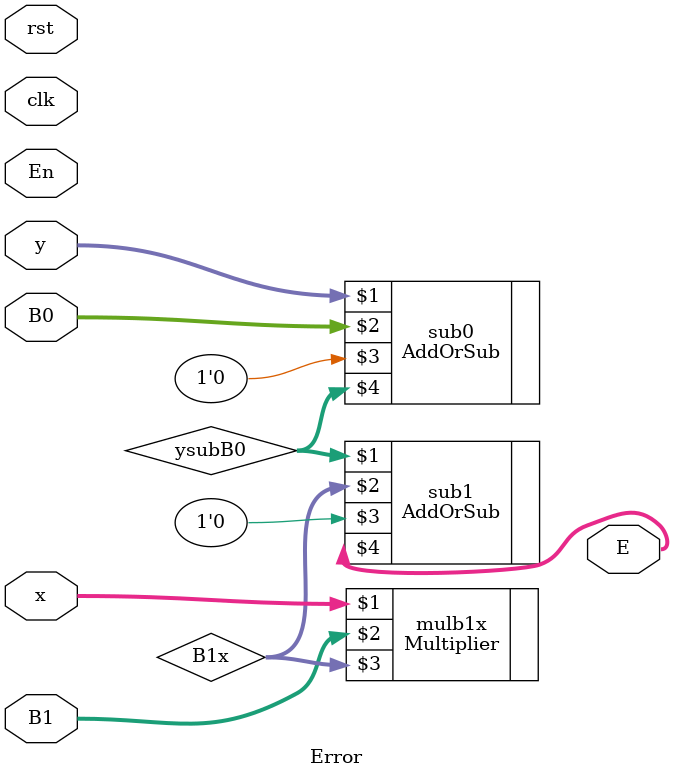
<source format=sv>

`timescale 1ns/1ns
module Error(input clk, rst, En, input [19:0] x, y, B0, B1, output [19:0] E);
    wire [19:0] B1x, ysubB0;
    Multiplier mulb1x(x, B1, B1x);
    AddOrSub sub0(y, B0, 1'b0, ysubB0);
    AddOrSub sub1(ysubB0, B1x, 1'b0, E);
endmodule

</source>
